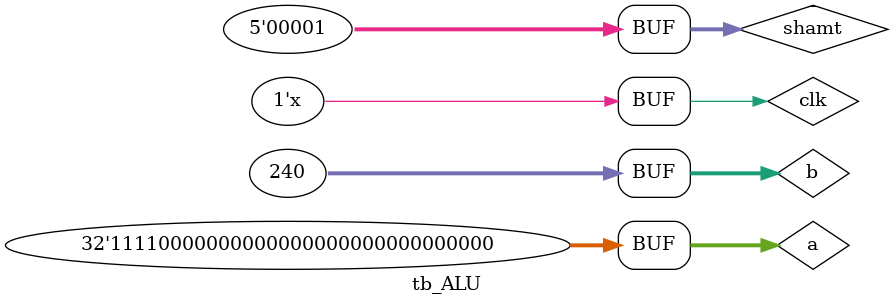
<source format=v>
`timescale 1ns / 1ps


module tb_ALU();
        reg [31:0] a;        //OP1
        reg [31:0] b;        //OP2
        reg [3:0] aluop;    //controller
        reg [4:0] shamt; // shift number
        wire [31:0] r1;    //result1
        wire [31:0] r2;   // result 2
        wire equ;
        reg clk = 0;
        always #10clk = ~clk;
        initial begin
        a = 1;
        b = 32'h000000f0;
        shamt = 4;
        aluop = 0;
        #250 a = 32'hf0000000;
        shamt = 1;
        end
       
        always @(posedge clk) begin
            aluop = aluop + 1;
            if (aluop == 13) aluop = 0;
        end
        ALU alu(a, b, aluop, shamt, r1, r2, equ);
endmodule

</source>
